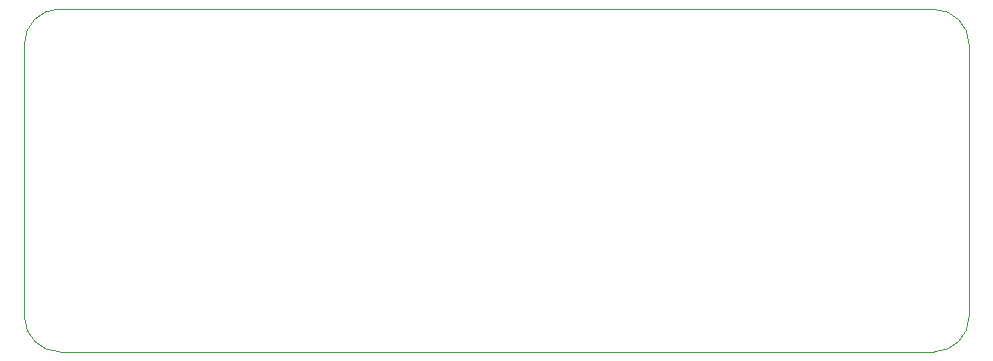
<source format=gbr>
%TF.GenerationSoftware,KiCad,Pcbnew,7.0.6-0*%
%TF.CreationDate,2024-02-21T20:03:51+01:00*%
%TF.ProjectId,smoke_extractorV1_1,736d6f6b-655f-4657-9874-726163746f72,rev?*%
%TF.SameCoordinates,Original*%
%TF.FileFunction,Profile,NP*%
%FSLAX46Y46*%
G04 Gerber Fmt 4.6, Leading zero omitted, Abs format (unit mm)*
G04 Created by KiCad (PCBNEW 7.0.6-0) date 2024-02-21 20:03:51*
%MOMM*%
%LPD*%
G01*
G04 APERTURE LIST*
%TA.AperFunction,Profile*%
%ADD10C,0.100000*%
%TD*%
G04 APERTURE END LIST*
D10*
X140921320Y-94900024D02*
G75*
G03*
X143900000Y-91900000I-21420J3000024D01*
G01*
X66877529Y-65873794D02*
G75*
G03*
X63898850Y-68860000I21371J-3000006D01*
G01*
X140921320Y-94900000D02*
X66910000Y-94898680D01*
X143900024Y-68878680D02*
G75*
G03*
X140900000Y-65900000I-3000024J-21420D01*
G01*
X63910000Y-91920000D02*
X63898849Y-68860000D01*
X140900000Y-65900000D02*
X66877529Y-65873796D01*
X63909996Y-91920000D02*
G75*
G03*
X66910000Y-94898680I3000004J21400D01*
G01*
X143900000Y-68878680D02*
X143900000Y-91900000D01*
M02*

</source>
